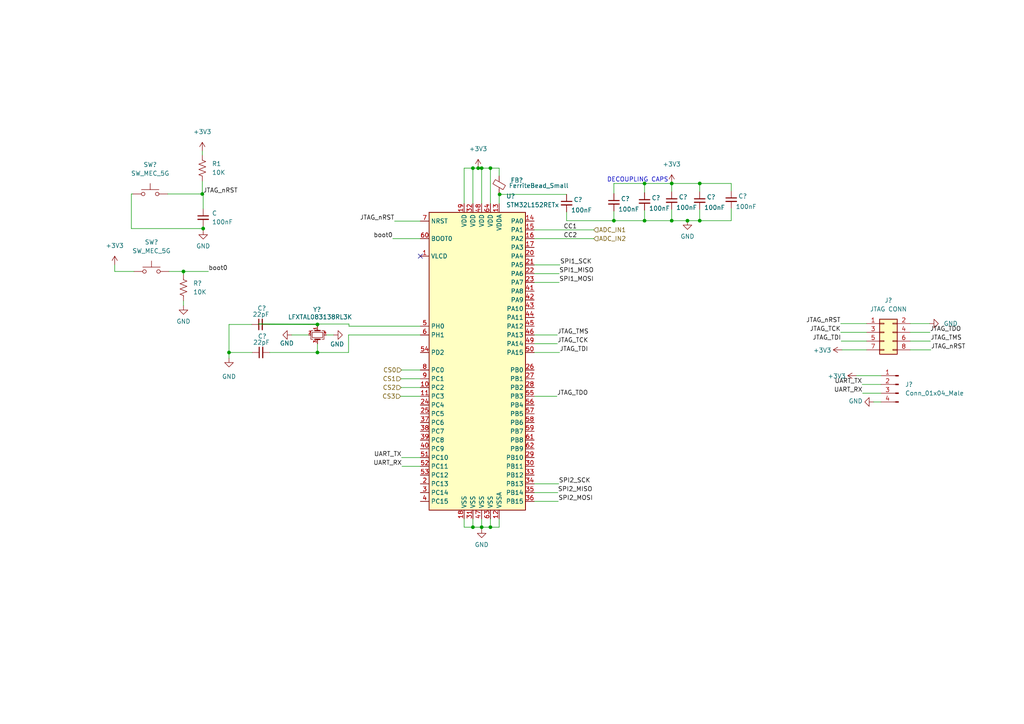
<source format=kicad_sch>
(kicad_sch (version 20211123) (generator eeschema)
  (paper "A4")
  (lib_symbols
    (symbol "Connector:Conn_01x04_Male" (pin_names (offset 1.016) hide)
      (property "Reference" "J" (at 0 5.08 0))
      (property "Value" "Conn_01x04_Male" (at 0 -7.62 0))
      (symbol "Conn_01x04_Male_1_1"
        (polyline (pts (xy 1.27 -5.08) (xy 0.8636 -5.08)) (stroke (width 0.1524)))
        (polyline (pts (xy 1.27 -2.54) (xy 0.8636 -2.54)) (stroke (width 0.1524)))
        (polyline (pts (xy 1.27 0) (xy 0.8636 0)) (stroke (width 0.1524)))
        (polyline (pts (xy 1.27 2.54) (xy 0.8636 2.54)) (stroke (width 0.1524)))
        (rectangle (start 0.8636 -4.953) (end 0 -5.207) (stroke (width 0.1524)) (fill (type outline)))
        (rectangle (start 0.8636 -2.413) (end 0 -2.667) (stroke (width 0.1524)) (fill (type outline)))
        (rectangle (start 0.8636 0.127) (end 0 -0.127) (stroke (width 0.1524)) (fill (type outline)))
        (rectangle (start 0.8636 2.667) (end 0 2.413) (stroke (width 0.1524)) (fill (type outline)))
        (pin passive line (at 5.08 2.54 180) (length 3.81) (name "Pin_1") (number "1"))
        (pin passive line (at 5.08 0 180) (length 3.81) (name "Pin_2") (number "2"))
        (pin passive line (at 5.08 -2.54 180) (length 3.81) (name "Pin_3") (number "3"))
        (pin passive line (at 5.08 -5.08 180) (length 3.81) (name "Pin_4") (number "4"))
      )
    )
    (symbol "Connector_Generic:Conn_02x04_Odd_Even" (pin_names (offset 1.016) hide)
      (property "Reference" "J" (at 1.27 5.08 0))
      (property "Value" "Conn_02x04_Odd_Even" (at 1.27 -7.62 0))
      (symbol "Conn_02x04_Odd_Even_1_1"
        (rectangle (start -1.27 -4.953) (end 0 -5.207) (stroke (width 0.1524)))
        (rectangle (start -1.27 -2.413) (end 0 -2.667) (stroke (width 0.1524)))
        (rectangle (start -1.27 0.127) (end 0 -0.127) (stroke (width 0.1524)))
        (rectangle (start -1.27 2.667) (end 0 2.413) (stroke (width 0.1524)))
        (rectangle (start -1.27 3.81) (end 3.81 -6.35) (stroke (width 0.254)) (fill (type background)))
        (rectangle (start 3.81 -4.953) (end 2.54 -5.207) (stroke (width 0.1524)))
        (rectangle (start 3.81 -2.413) (end 2.54 -2.667) (stroke (width 0.1524)))
        (rectangle (start 3.81 0.127) (end 2.54 -0.127) (stroke (width 0.1524)))
        (rectangle (start 3.81 2.667) (end 2.54 2.413) (stroke (width 0.1524)))
        (pin passive line (at -5.08 2.54 0) (length 3.81) (name "Pin_1") (number "1"))
        (pin passive line (at 7.62 2.54 180) (length 3.81) (name "Pin_2") (number "2"))
        (pin passive line (at -5.08 0 0) (length 3.81) (name "Pin_3") (number "3"))
        (pin passive line (at 7.62 0 180) (length 3.81) (name "Pin_4") (number "4"))
        (pin passive line (at -5.08 -2.54 0) (length 3.81) (name "Pin_5") (number "5"))
        (pin passive line (at 7.62 -2.54 180) (length 3.81) (name "Pin_6") (number "6"))
        (pin passive line (at -5.08 -5.08 0) (length 3.81) (name "Pin_7") (number "7"))
        (pin passive line (at 7.62 -5.08 180) (length 3.81) (name "Pin_8") (number "8"))
      )
    )
    (symbol "Device:C_Small" (pin_numbers hide) (pin_names (offset 0.254) hide)
      (property "Reference" "C" (at 0.254 1.778 0))
      (property "Value" "C_Small" (at 0.254 -2.032 0))
      (symbol "C_Small_0_1"
        (polyline (pts (xy -1.524 -0.508) (xy 1.524 -0.508)) (stroke (width 0.3302)))
        (polyline (pts (xy -1.524 0.508) (xy 1.524 0.508)) (stroke (width 0.3048)))
      )
      (symbol "C_Small_1_1"
        (pin passive line (at 0 2.54 270) (length 2.032) (name "~") (number "1"))
        (pin passive line (at 0 -2.54 90) (length 2.032) (name "~") (number "2"))
      )
    )
    (symbol "Device:Crystal_GND24_Small" (pin_names (offset 1.016) hide)
      (property "Reference" "Y" (at 1.27 4.445 0))
      (property "Value" "Crystal_GND24_Small" (at 1.27 2.54 0))
      (symbol "Crystal_GND24_Small_0_1"
        (rectangle (start -0.762 -1.524) (end 0.762 1.524))
        (polyline (pts (xy -1.27 -0.762) (xy -1.27 0.762)) (stroke (width 0.381)))
        (polyline (pts (xy 1.27 -0.762) (xy 1.27 0.762)) (stroke (width 0.381)))
        (polyline (pts (xy -1.27 -1.27) (xy -1.27 -1.905) (xy 1.27 -1.905) (xy 1.27 -1.27)))
        (polyline (pts (xy -1.27 1.27) (xy -1.27 1.905) (xy 1.27 1.905) (xy 1.27 1.27)))
      )
      (symbol "Crystal_GND24_Small_1_1"
        (pin passive line (at -2.54 0 0) (length 1.27) (name "1") (number "1"))
        (pin passive line (at 0 -2.54 90) (length 0.635) (name "2") (number "2"))
        (pin passive line (at 2.54 0 180) (length 1.27) (name "3") (number "3"))
        (pin passive line (at 0 2.54 270) (length 0.635) (name "4") (number "4"))
      )
    )
    (symbol "Device:FerriteBead_Small" (pin_numbers hide) (pin_names (offset 0))
      (property "Reference" "FB" (at 1.905 1.27 0))
      (property "Value" "FerriteBead_Small" (at 1.905 -1.27 0))
      (symbol "FerriteBead_Small_0_1"
        (polyline (pts (xy 0 -1.27) (xy 0 -0.7874)))
        (polyline (pts (xy 0 0.889) (xy 0 1.2954)))
        (polyline (pts (xy -1.8288 0.2794) (xy -1.1176 1.4986) (xy 1.8288 -0.2032) (xy 1.1176 -1.4224) (xy -1.8288 0.2794)))
      )
      (symbol "FerriteBead_Small_1_1"
        (pin passive line (at 0 2.54 270) (length 1.27) (name "~") (number "1"))
        (pin passive line (at 0 -2.54 90) (length 1.27) (name "~") (number "2"))
      )
    )
    (symbol "Device:R_US" (pin_numbers hide) (pin_names (offset 0))
      (property "Reference" "R" (at 2.54 0 90))
      (property "Value" "R_US" (at -2.54 0 90))
      (symbol "R_US_0_1"
        (polyline (pts (xy 0 -2.286) (xy 0 -2.54)))
        (polyline (pts (xy 0 2.286) (xy 0 2.54)))
        (polyline (pts (xy 0 -0.762) (xy 1.016 -1.143) (xy 0 -1.524) (xy -1.016 -1.905) (xy 0 -2.286)))
        (polyline (pts (xy 0 0.762) (xy 1.016 0.381) (xy 0 0) (xy -1.016 -0.381) (xy 0 -0.762)))
        (polyline (pts (xy 0 2.286) (xy 1.016 1.905) (xy 0 1.524) (xy -1.016 1.143) (xy 0 0.762)))
      )
      (symbol "R_US_1_1"
        (pin passive line (at 0 3.81 270) (length 1.27) (name "~") (number "1"))
        (pin passive line (at 0 -3.81 90) (length 1.27) (name "~") (number "2"))
      )
    )
    (symbol "MCU_ST_STM32L1:STM32L152RETx"
      (property "Reference" "U" (at -15.24 44.45 0))
      (property "Value" "STM32L152RETx" (at 7.62 44.45 0))
      (symbol "STM32L152RETx_0_1"
        (rectangle (start -15.24 -43.18) (end 12.7 43.18) (stroke (width 0.254)) (fill (type background)))
      )
      (symbol "STM32L152RETx_1_1"
        (pin power_in line (at -17.78 30.48 0) (length 2.54) (name "VLCD") (number "1"))
        (pin bidirectional line (at -17.78 -7.62 0) (length 2.54) (name "PC2") (number "10"))
        (pin bidirectional line (at -17.78 -10.16 0) (length 2.54) (name "PC3") (number "11"))
        (pin power_in line (at 5.08 -45.72 90) (length 2.54) (name "VSSA") (number "12"))
        (pin power_in line (at 5.08 45.72 270) (length 2.54) (name "VDDA") (number "13"))
        (pin bidirectional line (at 15.24 40.64 180) (length 2.54) (name "PA0") (number "14"))
        (pin bidirectional line (at 15.24 38.1 180) (length 2.54) (name "PA1") (number "15"))
        (pin bidirectional line (at 15.24 35.56 180) (length 2.54) (name "PA2") (number "16"))
        (pin bidirectional line (at 15.24 33.02 180) (length 2.54) (name "PA3") (number "17"))
        (pin power_in line (at -5.08 -45.72 90) (length 2.54) (name "VSS") (number "18"))
        (pin power_in line (at -5.08 45.72 270) (length 2.54) (name "VDD") (number "19"))
        (pin bidirectional line (at -17.78 -35.56 0) (length 2.54) (name "PC13") (number "2"))
        (pin bidirectional line (at 15.24 30.48 180) (length 2.54) (name "PA4") (number "20"))
        (pin bidirectional line (at 15.24 27.94 180) (length 2.54) (name "PA5") (number "21"))
        (pin bidirectional line (at 15.24 25.4 180) (length 2.54) (name "PA6") (number "22"))
        (pin bidirectional line (at 15.24 22.86 180) (length 2.54) (name "PA7") (number "23"))
        (pin bidirectional line (at -17.78 -12.7 0) (length 2.54) (name "PC4") (number "24"))
        (pin bidirectional line (at -17.78 -15.24 0) (length 2.54) (name "PC5") (number "25"))
        (pin bidirectional line (at 15.24 -2.54 180) (length 2.54) (name "PB0") (number "26"))
        (pin bidirectional line (at 15.24 -5.08 180) (length 2.54) (name "PB1") (number "27"))
        (pin bidirectional line (at 15.24 -7.62 180) (length 2.54) (name "PB2") (number "28"))
        (pin bidirectional line (at 15.24 -27.94 180) (length 2.54) (name "PB10") (number "29"))
        (pin bidirectional line (at -17.78 -38.1 0) (length 2.54) (name "PC14") (number "3"))
        (pin bidirectional line (at 15.24 -30.48 180) (length 2.54) (name "PB11") (number "30"))
        (pin power_in line (at -2.54 -45.72 90) (length 2.54) (name "VSS") (number "31"))
        (pin power_in line (at -2.54 45.72 270) (length 2.54) (name "VDD") (number "32"))
        (pin bidirectional line (at 15.24 -33.02 180) (length 2.54) (name "PB12") (number "33"))
        (pin bidirectional line (at 15.24 -35.56 180) (length 2.54) (name "PB13") (number "34"))
        (pin bidirectional line (at 15.24 -38.1 180) (length 2.54) (name "PB14") (number "35"))
        (pin bidirectional line (at 15.24 -40.64 180) (length 2.54) (name "PB15") (number "36"))
        (pin bidirectional line (at -17.78 -17.78 0) (length 2.54) (name "PC6") (number "37"))
        (pin bidirectional line (at -17.78 -20.32 0) (length 2.54) (name "PC7") (number "38"))
        (pin bidirectional line (at -17.78 -22.86 0) (length 2.54) (name "PC8") (number "39"))
        (pin bidirectional line (at -17.78 -40.64 0) (length 2.54) (name "PC15") (number "4"))
        (pin bidirectional line (at -17.78 -25.4 0) (length 2.54) (name "PC9") (number "40"))
        (pin bidirectional line (at 15.24 20.32 180) (length 2.54) (name "PA8") (number "41"))
        (pin bidirectional line (at 15.24 17.78 180) (length 2.54) (name "PA9") (number "42"))
        (pin bidirectional line (at 15.24 15.24 180) (length 2.54) (name "PA10") (number "43"))
        (pin bidirectional line (at 15.24 12.7 180) (length 2.54) (name "PA11") (number "44"))
        (pin bidirectional line (at 15.24 10.16 180) (length 2.54) (name "PA12") (number "45"))
        (pin bidirectional line (at 15.24 7.62 180) (length 2.54) (name "PA13") (number "46"))
        (pin power_in line (at 0 -45.72 90) (length 2.54) (name "VSS") (number "47"))
        (pin power_in line (at 0 45.72 270) (length 2.54) (name "VDD") (number "48"))
        (pin bidirectional line (at 15.24 5.08 180) (length 2.54) (name "PA14") (number "49"))
        (pin input line (at -17.78 10.16 0) (length 2.54) (name "PH0") (number "5"))
        (pin bidirectional line (at 15.24 2.54 180) (length 2.54) (name "PA15") (number "50"))
        (pin bidirectional line (at -17.78 -27.94 0) (length 2.54) (name "PC10") (number "51"))
        (pin bidirectional line (at -17.78 -30.48 0) (length 2.54) (name "PC11") (number "52"))
        (pin bidirectional line (at -17.78 -33.02 0) (length 2.54) (name "PC12") (number "53"))
        (pin bidirectional line (at -17.78 2.54 0) (length 2.54) (name "PD2") (number "54"))
        (pin bidirectional line (at 15.24 -10.16 180) (length 2.54) (name "PB3") (number "55"))
        (pin bidirectional line (at 15.24 -12.7 180) (length 2.54) (name "PB4") (number "56"))
        (pin bidirectional line (at 15.24 -15.24 180) (length 2.54) (name "PB5") (number "57"))
        (pin bidirectional line (at 15.24 -17.78 180) (length 2.54) (name "PB6") (number "58"))
        (pin bidirectional line (at 15.24 -20.32 180) (length 2.54) (name "PB7") (number "59"))
        (pin input line (at -17.78 7.62 0) (length 2.54) (name "PH1") (number "6"))
        (pin input line (at -17.78 35.56 0) (length 2.54) (name "BOOT0") (number "60"))
        (pin bidirectional line (at 15.24 -22.86 180) (length 2.54) (name "PB8") (number "61"))
        (pin bidirectional line (at 15.24 -25.4 180) (length 2.54) (name "PB9") (number "62"))
        (pin power_in line (at 2.54 -45.72 90) (length 2.54) (name "VSS") (number "63"))
        (pin power_in line (at 2.54 45.72 270) (length 2.54) (name "VDD") (number "64"))
        (pin input line (at -17.78 40.64 0) (length 2.54) (name "NRST") (number "7"))
        (pin bidirectional line (at -17.78 -2.54 0) (length 2.54) (name "PC0") (number "8"))
        (pin bidirectional line (at -17.78 -5.08 0) (length 2.54) (name "PC1") (number "9"))
      )
    )
    (symbol "Switch:SW_MEC_5G" (pin_numbers hide) (pin_names (offset 1.016) hide)
      (property "Reference" "SW" (at 1.27 2.54 0))
      (property "Value" "SW_MEC_5G" (at 0 -1.524 0))
      (symbol "SW_MEC_5G_0_1"
        (circle (center -2.032 0) (radius 0.508))
        (polyline (pts (xy 0 1.27) (xy 0 3.048)))
        (polyline (pts (xy 2.54 1.27) (xy -2.54 1.27)))
        (circle (center 2.032 0) (radius 0.508))
        (pin passive line (at -5.08 0 0) (length 2.54) (name "A") (number "1"))
        (pin passive line (at 5.08 0 180) (length 2.54) (name "B") (number "3"))
      )
      (symbol "SW_MEC_5G_1_1"
        (pin passive line (at -5.08 0 0) (length 2.54) hide (name "A") (number "2"))
        (pin passive line (at 5.08 0 180) (length 2.54) hide (name "B") (number "4"))
      )
    )
    (symbol "power:+3.3V" (power) (pin_names (offset 0))
      (property "Value" "+3.3V" (at 0 3.556 0))
      (symbol "+3.3V_0_1"
        (polyline (pts (xy -0.762 1.27) (xy 0 2.54)))
        (polyline (pts (xy 0 0) (xy 0 2.54)))
        (polyline (pts (xy 0 2.54) (xy 0.762 1.27)))
      )
      (symbol "+3.3V_1_1"
        (pin power_in line (at 0 0 90) (length 0) hide (name "+3V3") (number "1"))
      )
    )
    (symbol "power:GND" (power) (pin_names (offset 0))
      (property "Value" "GND" (at 0 -3.81 0))
      (symbol "GND_0_1"
        (polyline (pts (xy 0 0) (xy 0 -1.27) (xy 1.27 -1.27) (xy 0 -2.54) (xy -1.27 -1.27) (xy 0 -1.27)))
      )
      (symbol "GND_1_1"
        (pin power_in line (at 0 0 270) (length 0) hide (name "GND") (number "1"))
      )
    )
  )
  (junction (at 202.946 64.008))
  (junction (at 194.818 64.008))
  (junction (at 202.946 53.213))
  (junction (at 139.7 152.908))
  (junction (at 186.944 64.008))
  (junction (at 92.075 102.235))
  (junction (at 178.054 64.008))
  (junction (at 144.907 56.388))
  (junction (at 58.674 56.261))
  (junction (at 142.24 152.908))
  (junction (at 58.928 66.294))
  (junction (at 92.075 94.107))
  (junction (at 138.684 48.768))
  (junction (at 66.421 102.235))
  (junction (at 53.213 78.74))
  (junction (at 137.16 48.768))
  (junction (at 142.24 48.768))
  (junction (at 139.7 48.768))
  (junction (at 199.39 64.008))
  (junction (at 137.16 152.908))
  (junction (at 186.944 53.213))
  (junction (at 194.818 53.213))
  (no_connect (at 121.92 74.295))
  (wire (pts (xy 101.219 93.98) (xy 101.219 94.615)))
  (wire (pts (xy 101.092 97.155) (xy 121.92 97.155)))
  (wire (pts (xy 137.16 152.908) (xy 139.7 152.908)))
  (wire (pts (xy 66.421 94.107) (xy 66.421 102.235)))
  (wire (pts (xy 116.205 114.935) (xy 121.92 114.935)))
  (wire (pts (xy 53.213 78.74) (xy 53.213 79.629)))
  (wire (pts (xy 114.427 64.135) (xy 121.92 64.135)))
  (wire (pts (xy 116.586 135.255) (xy 121.92 135.255)))
  (wire (pts (xy 178.054 64.008) (xy 186.944 64.008)))
  (wire (pts (xy 164.338 64.008) (xy 178.054 64.008)))
  (wire (pts (xy 38.481 56.261) (xy 38.1 56.261)))
  (wire (pts (xy 142.24 59.055) (xy 142.24 48.768)))
  (wire (pts (xy 139.7 150.495) (xy 139.7 152.908)))
  (wire (pts (xy 92.075 102.235) (xy 78.232 102.235)))
  (wire (pts (xy 116.459 132.715) (xy 121.92 132.715)))
  (wire (pts (xy 154.94 79.375) (xy 162.179 79.375)))
  (wire (pts (xy 33.274 78.74) (xy 38.862 78.74)))
  (wire (pts (xy 243.84 93.853) (xy 251.333 93.853)))
  (wire (pts (xy 134.62 48.768) (xy 134.62 59.055)))
  (wire (pts (xy 113.919 69.215) (xy 121.92 69.215)))
  (wire (pts (xy 178.054 53.213) (xy 178.054 56.134)))
  (wire (pts (xy 116.332 112.395) (xy 121.92 112.395)))
  (wire (pts (xy 101.092 97.155) (xy 101.092 102.235)))
  (wire (pts (xy 142.24 48.768) (xy 139.7 48.768)))
  (wire (pts (xy 164.338 61.468) (xy 164.338 64.008)))
  (wire (pts (xy 92.075 99.695) (xy 92.075 102.235)))
  (wire (pts (xy 154.94 69.215) (xy 172.212 69.215)))
  (wire (pts (xy 243.84 96.393) (xy 251.333 96.393)))
  (wire (pts (xy 139.7 152.908) (xy 142.24 152.908)))
  (wire (pts (xy 154.94 76.835) (xy 162.433 76.835)))
  (wire (pts (xy 178.054 61.214) (xy 178.054 64.008)))
  (wire (pts (xy 186.944 64.008) (xy 194.818 64.008)))
  (wire (pts (xy 78.105 94.107) (xy 92.075 94.107)))
  (wire (pts (xy 94.615 97.155) (xy 96.774 97.155)))
  (wire (pts (xy 264.033 98.933) (xy 269.875 98.933)))
  (wire (pts (xy 194.818 60.706) (xy 194.818 64.008)))
  (wire (pts (xy 202.946 53.213) (xy 212.09 53.213)))
  (wire (pts (xy 253.365 116.586) (xy 255.524 116.586)))
  (wire (pts (xy 58.674 43.815) (xy 58.674 44.958)))
  (wire (pts (xy 116.332 109.855) (xy 121.92 109.855)))
  (wire (pts (xy 178.054 53.213) (xy 186.944 53.213)))
  (wire (pts (xy 84.582 97.155) (xy 89.535 97.155)))
  (wire (pts (xy 53.213 78.74) (xy 60.452 78.74)))
  (wire (pts (xy 202.946 53.213) (xy 202.946 55.626)))
  (wire (pts (xy 186.944 53.213) (xy 194.818 53.213)))
  (wire (pts (xy 138.684 48.768) (xy 137.16 48.768)))
  (wire (pts (xy 250.063 111.506) (xy 255.524 111.506)))
  (wire (pts (xy 38.1 56.261) (xy 38.1 66.294)))
  (wire (pts (xy 144.907 56.388) (xy 164.338 56.388)))
  (wire (pts (xy 154.94 102.235) (xy 162.306 102.235)))
  (wire (pts (xy 250.19 114.046) (xy 255.524 114.046)))
  (wire (pts (xy 186.944 64.008) (xy 186.944 60.96)))
  (wire (pts (xy 186.944 55.88) (xy 186.944 53.213)))
  (wire (pts (xy 58.928 66.294) (xy 58.928 65.659)))
  (wire (pts (xy 194.818 64.008) (xy 199.39 64.008)))
  (wire (pts (xy 92.075 94.107) (xy 92.075 94.615)))
  (wire (pts (xy 251.333 98.933) (xy 243.967 98.933)))
  (wire (pts (xy 212.09 64.008) (xy 212.09 60.452)))
  (wire (pts (xy 194.818 53.213) (xy 202.946 53.213)))
  (wire (pts (xy 144.78 51.054) (xy 144.78 48.768)))
  (wire (pts (xy 244.221 101.473) (xy 251.333 101.473)))
  (wire (pts (xy 73.025 94.107) (xy 66.421 94.107)))
  (wire (pts (xy 142.24 150.495) (xy 142.24 152.908)))
  (wire (pts (xy 161.671 99.695) (xy 154.94 99.695)))
  (wire (pts (xy 144.78 48.768) (xy 142.24 48.768)))
  (wire (pts (xy 142.24 152.908) (xy 144.78 152.908)))
  (wire (pts (xy 264.033 96.393) (xy 269.748 96.393)))
  (wire (pts (xy 154.94 81.915) (xy 162.179 81.915)))
  (wire (pts (xy 144.78 56.134) (xy 144.78 59.055)))
  (wire (pts (xy 134.62 152.908) (xy 137.16 152.908)))
  (wire (pts (xy 58.928 66.802) (xy 58.928 66.294)))
  (wire (pts (xy 58.674 52.578) (xy 58.674 56.261)))
  (wire (pts (xy 194.818 53.213) (xy 194.818 55.626)))
  (wire (pts (xy 154.94 66.675) (xy 172.212 66.675)))
  (wire (pts (xy 137.16 48.768) (xy 134.62 48.768)))
  (wire (pts (xy 134.62 150.495) (xy 134.62 152.908)))
  (wire (pts (xy 74.93 93.98) (xy 92.075 94.107)))
  (wire (pts (xy 74.93 93.98) (xy 101.219 93.98)))
  (wire (pts (xy 38.1 66.294) (xy 58.928 66.294)))
  (wire (pts (xy 139.7 48.768) (xy 139.7 59.055)))
  (wire (pts (xy 154.94 114.935) (xy 161.544 114.935)))
  (wire (pts (xy 33.274 76.835) (xy 33.274 78.74)))
  (wire (pts (xy 58.674 56.261) (xy 58.928 56.261)))
  (wire (pts (xy 137.16 150.495) (xy 137.16 152.908)))
  (wire (pts (xy 154.94 142.875) (xy 161.798 142.875)))
  (wire (pts (xy 144.78 152.908) (xy 144.78 150.495)))
  (wire (pts (xy 58.928 60.579) (xy 58.928 56.261)))
  (wire (pts (xy 202.946 64.008) (xy 212.09 64.008)))
  (wire (pts (xy 212.09 55.372) (xy 212.09 53.213)))
  (wire (pts (xy 264.033 101.473) (xy 270.002 101.473)))
  (wire (pts (xy 248.412 108.966) (xy 255.524 108.966)))
  (wire (pts (xy 137.16 48.768) (xy 137.16 59.055)))
  (wire (pts (xy 199.39 64.008) (xy 202.946 64.008)))
  (wire (pts (xy 139.7 48.768) (xy 138.684 48.768)))
  (wire (pts (xy 101.219 94.615) (xy 121.92 94.615)))
  (wire (pts (xy 154.94 145.415) (xy 161.925 145.415)))
  (wire (pts (xy 48.641 56.261) (xy 58.674 56.261)))
  (wire (pts (xy 66.421 102.235) (xy 66.421 103.886)))
  (wire (pts (xy 116.459 107.315) (xy 121.92 107.315)))
  (wire (pts (xy 154.94 97.155) (xy 161.671 97.155)))
  (wire (pts (xy 49.022 78.74) (xy 53.213 78.74)))
  (wire (pts (xy 53.213 87.249) (xy 53.213 88.646)))
  (wire (pts (xy 154.94 140.335) (xy 162.052 140.335)))
  (wire (pts (xy 264.033 93.853) (xy 269.621 93.853)))
  (wire (pts (xy 139.7 153.416) (xy 139.7 152.908)))
  (wire (pts (xy 202.946 60.706) (xy 202.946 64.008)))
  (wire (pts (xy 73.152 102.235) (xy 66.421 102.235)))
  (wire (pts (xy 101.092 102.235) (xy 92.075 102.235)))
  (text "DECOUPLING CAPS" (at 176.022 52.959 0) (effects (font (size 1.27 1.27)) (justify left bottom)))
  (label "boot0" (at 60.452 78.74 0))
  (label "JTAG_TDI" (at 243.967 98.933 180))
  (label "JTAG_TCK" (at 161.671 99.695 0))
  (label "UART_TX" (at 116.459 132.715 180))
  (label "JTAG_nRST" (at 270.002 101.473 0))
  (label "SPI2_MISO" (at 161.798 142.875 0))
  (label "SPI1_SCK" (at 162.433 76.835 0))
  (label "JTAG_TMS" (at 269.875 98.933 0))
  (label "JTAG_nRST" (at 243.84 93.853 180))
  (label "JTAG_nRST" (at 58.928 56.261 0))
  (label "CC2" (at 163.449 69.215 0))
  (label "UART_RX" (at 250.19 114.046 180))
  (label "SPI1_MOSI" (at 162.179 81.915 0))
  (label "JTAG_nRST" (at 114.427 64.135 180))
  (label "JTAG_TDO" (at 161.544 114.935 0))
  (label "JTAG_TDI" (at 162.306 102.235 0))
  (label "boot0" (at 113.919 69.215 180))
  (label "UART_RX" (at 116.586 135.255 180))
  (label "JTAG_TCK" (at 243.84 96.393 180))
  (label "JTAG_TMS" (at 161.671 97.155 0))
  (label "JTAG_TDO" (at 269.748 96.393 0))
  (label "SPI2_MOSI" (at 161.925 145.415 0))
  (label "SPI2_SCK" (at 162.052 140.335 0))
  (label "CC1" (at 163.449 66.675 0))
  (label "SPI1_MISO" (at 162.179 79.375 0))
  (label "UART_TX" (at 250.063 111.506 180))
  (hierarchical_label "CS1" (shape input) (at 116.332 109.855 180))
  (hierarchical_label "CS3" (shape input) (at 116.205 114.935 180))
  (hierarchical_label "CS0" (shape input) (at 116.459 107.315 180))
  (hierarchical_label "CS2" (shape input) (at 116.332 112.395 180))
  (hierarchical_label "ADC_IN2" (shape input) (at 172.212 69.215 0))
  (hierarchical_label "ADC_IN1" (shape input) (at 172.212 66.675 0))
  (symbol (lib_id "Device:C_Small") (at 58.928 63.119 0) (unit 1)
    (property "Reference" "C" (at 61.468 61.8552 0) (effects (justify left)))
    (property "Value" "100nF" (at 61.468 64.3952 0) (effects (justify left)))
  )
  (symbol (lib_id "Device:C_Small") (at 178.054 58.674 0) (unit 1)
    (property "Reference" "C?" (at 180.086 57.658 0) (effects (justify left)))
    (property "Value" "100nF" (at 179.324 60.706 0) (effects (justify left)))
  )
  (symbol (lib_id "Device:FerriteBead_Small") (at 144.78 53.594 0) (unit 1)
    (property "Reference" "FB?" (at 148.082 52.2858 0) (effects (justify left)))
    (property "Value" "FerriteBead_Small" (at 147.574 53.848 0) (effects (justify left)))
  )
  (symbol (lib_id "Device:C_Small") (at 164.338 58.928 0) (unit 1)
    (property "Reference" "C?" (at 166.37 57.912 0) (effects (justify left)))
    (property "Value" "100nF" (at 165.608 60.96 0) (effects (justify left)))
  )
  (symbol (lib_id "power:GND") (at 84.582 97.155 270) (unit 1)
    (property "Reference" "#PWR?" (effects hide))
    (property "Value" "GND" (at 81.153 99.568 90) (effects (justify left)))
  )
  (symbol (lib_id "power:+3.3V") (at 33.274 76.835 0) (unit 1)
    (property "Reference" "#PWR?" (effects hide))
    (property "Value" "+3.3V" (at 33.274 71.247 0))
  )
  (symbol (lib_id "Device:C_Small") (at 194.818 58.166 0) (unit 1)
    (property "Reference" "C?" (at 196.85 57.15 0) (effects (justify left)))
    (property "Value" "100nF" (at 196.088 60.198 0) (effects (justify left)))
  )
  (symbol (lib_id "power:GND") (at 58.928 66.802 0) (unit 1)
    (property "Reference" "#PWR?" (effects hide))
    (property "Value" "GND" (at 58.928 71.374 0))
  )
  (symbol (lib_id "power:GND") (at 66.421 103.886 0) (unit 1)
    (property "Reference" "#PWR?" (effects hide))
    (property "Value" "GND" (at 66.421 109.22 0))
  )
  (symbol (lib_id "power:+3.3V") (at 248.412 108.966 90) (unit 1)
    (property "Reference" "#PWR?" (effects hide))
    (property "Value" "+3.3V" (at 240.03 109.093 90) (effects (justify right)))
  )
  (symbol (lib_id "power:+3.3V") (at 58.674 43.815 0) (unit 1)
    (property "Reference" "#PWR?" (effects hide))
    (property "Value" "+3.3V" (at 58.674 38.227 0))
  )
  (symbol (lib_id "power:GND") (at 269.621 93.853 90) (unit 1)
    (property "Reference" "#PWR?" (effects hide))
    (property "Value" "GND" (at 273.685 93.8529 90) (effects (justify right)))
  )
  (symbol (lib_id "power:+3.3V") (at 244.221 101.473 90) (unit 1)
    (property "Reference" "#PWR?" (effects hide))
    (property "Value" "+3.3V" (at 235.839 101.6 90) (effects (justify right)))
  )
  (symbol (lib_id "Device:R_US") (at 58.674 48.768 0) (unit 1)
    (property "Reference" "R1" (at 61.468 47.4979 0) (effects (justify left)))
    (property "Value" "10K" (at 61.468 50.0379 0) (effects (justify left)))
  )
  (symbol (lib_id "power:+3.3V") (at 138.684 48.768 0) (unit 1)
    (property "Reference" "#PWR?" (effects hide))
    (property "Value" "+3.3V" (at 138.684 43.18 0))
  )
  (symbol (lib_id "power:GND") (at 53.213 88.646 0) (unit 1)
    (property "Reference" "#PWR?" (effects hide))
    (property "Value" "GND" (at 53.213 93.218 0))
  )
  (symbol (lib_id "Device:C_Small") (at 202.946 58.166 0) (unit 1)
    (property "Reference" "C?" (at 204.978 57.15 0) (effects (justify left)))
    (property "Value" "100nF" (at 204.216 60.198 0) (effects (justify left)))
  )
  (symbol (lib_id "Connector:Conn_01x04_Male") (at 260.604 111.506 0) (mirror y) (unit 1)
    (property "Reference" "J?" (at 262.509 111.5059 0) (effects (justify right)))
    (property "Value" "Conn_01x04_Male" (at 262.509 114.0459 0) (effects (justify right)))
  )
  (symbol (lib_id "Connector_Generic:Conn_02x04_Odd_Even") (at 256.413 96.393 0) (unit 1)
    (property "Reference" "J?" (at 257.683 87.122 0))
    (property "Value" "JTAG CONN" (at 257.683 89.662 0))
  )
  (symbol (lib_id "power:GND") (at 199.39 64.008 0) (unit 1)
    (property "Reference" "#PWR?" (effects hide))
    (property "Value" "GND" (at 199.39 68.58 0))
  )
  (symbol (lib_id "Switch:SW_MEC_5G") (at 43.561 56.261 0) (unit 1)
    (property "Reference" "SW?" (at 43.561 47.752 0))
    (property "Value" "SW_MEC_5G" (at 43.561 50.292 0))
    (property "Datasheet" "http://www.apem.com/int/index.php?controller=attachment&id_attachment=488" (effects hide))
  )
  (symbol (lib_id "power:GND") (at 139.7 153.416 0) (unit 1)
    (property "Reference" "#PWR?" (effects hide))
    (property "Value" "GND" (at 139.7 157.988 0))
  )
  (symbol (lib_id "Device:Crystal_GND24_Small") (at 92.075 97.155 270) (unit 1)
    (property "Reference" "Y?" (at 91.948 89.789 90))
    (property "Value" "LFXTAL083138RL3K" (at 92.837 91.948 90))
  )
  (symbol (lib_id "Device:C_Small") (at 186.944 58.42 0) (unit 1)
    (property "Reference" "C?" (at 188.976 57.404 0) (effects (justify left)))
    (property "Value" "100nF" (at 188.214 60.452 0) (effects (justify left)))
  )
  (symbol (lib_id "MCU_ST_STM32L1:STM32L152RETx") (at 139.7 104.775 0) (unit 1)
    (property "Reference" "U?" (at 146.7994 56.896 0) (effects (justify left)))
    (property "Value" "STM32L152RETx" (at 146.7994 59.436 0) (effects (justify left)))
    (property "Footprint" "Package_QFP:LQFP-64_10x10mm_P0.5mm" (effects hide))
    (property "Datasheet" "http://www.st.com/st-web-ui/static/active/en/resource/technical/document/datasheet/DM00098321.pdf" (effects hide))
  )
  (symbol (lib_id "Device:C_Small") (at 75.565 94.107 90) (unit 1)
    (property "Reference" "C?" (at 75.946 89.408 90))
    (property "Value" "22pF" (at 75.692 91.186 90))
  )
  (symbol (lib_id "Device:R_US") (at 53.213 83.439 0) (unit 1)
    (property "Reference" "R?" (at 56.007 82.1689 0) (effects (justify left)))
    (property "Value" "10K" (at 56.007 84.7089 0) (effects (justify left)))
  )
  (symbol (lib_id "power:GND") (at 96.774 97.155 90) (unit 1)
    (property "Reference" "#PWR?" (effects hide))
    (property "Value" "GND" (at 99.822 99.822 90) (effects (justify left)))
  )
  (symbol (lib_id "Device:C_Small") (at 212.09 57.912 0) (unit 1)
    (property "Reference" "C?" (at 214.122 56.896 0) (effects (justify left)))
    (property "Value" "100nF" (at 213.36 59.944 0) (effects (justify left)))
  )
  (symbol (lib_id "power:GND") (at 253.365 116.586 270) (unit 1)
    (property "Reference" "#PWR?" (effects hide))
    (property "Value" "GND" (at 246.126 116.332 90) (effects (justify left)))
  )
  (symbol (lib_id "power:+3.3V") (at 194.818 53.213 0) (unit 1)
    (property "Reference" "#PWR?" (effects hide))
    (property "Value" "+3.3V" (at 194.818 47.625 0))
  )
  (symbol (lib_id "Device:C_Small") (at 75.692 102.235 90) (unit 1)
    (property "Reference" "C?" (at 76.073 97.536 90))
    (property "Value" "22pF" (at 75.819 99.314 90))
  )
  (symbol (lib_id "Switch:SW_MEC_5G") (at 43.942 78.74 0) (unit 1)
    (property "Reference" "SW?" (at 43.942 70.231 0))
    (property "Value" "SW_MEC_5G" (at 43.942 72.771 0))
    (property "Datasheet" "http://www.apem.com/int/index.php?controller=attachment&id_attachment=488" (effects hide))
  )
)
</source>
